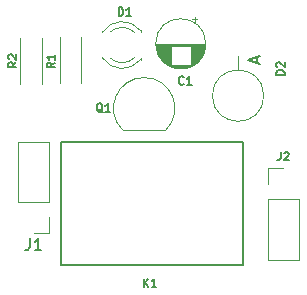
<source format=gbr>
%TF.GenerationSoftware,KiCad,Pcbnew,(5.1.12)-1*%
%TF.CreationDate,2023-08-26T19:42:54+05:30*%
%TF.ProjectId,SINGLE CHANNEL RELAY MODULE,53494e47-4c45-4204-9348-414e4e454c20,rev?*%
%TF.SameCoordinates,Original*%
%TF.FileFunction,Legend,Top*%
%TF.FilePolarity,Positive*%
%FSLAX46Y46*%
G04 Gerber Fmt 4.6, Leading zero omitted, Abs format (unit mm)*
G04 Created by KiCad (PCBNEW (5.1.12)-1) date 2023-08-26 19:42:54*
%MOMM*%
%LPD*%
G01*
G04 APERTURE LIST*
%ADD10C,0.120000*%
%ADD11C,0.127000*%
%ADD12C,0.150000*%
G04 APERTURE END LIST*
D10*
%TO.C,D2*%
X164494899Y-82700000D02*
G75*
G03*
X164494899Y-82700000I-2174899J0D01*
G01*
X162320000Y-80525101D02*
X162320000Y-79320000D01*
%TO.C,C1*%
X159580000Y-78310000D02*
G75*
G03*
X159580000Y-78310000I-2120000J0D01*
G01*
X159540000Y-78310000D02*
X155380000Y-78310000D01*
X159540000Y-78350000D02*
X155380000Y-78350000D01*
X159539000Y-78390000D02*
X155381000Y-78390000D01*
X159537000Y-78430000D02*
X155383000Y-78430000D01*
X159534000Y-78470000D02*
X155386000Y-78470000D01*
X159531000Y-78510000D02*
X158300000Y-78510000D01*
X156620000Y-78510000D02*
X155389000Y-78510000D01*
X159527000Y-78550000D02*
X158300000Y-78550000D01*
X156620000Y-78550000D02*
X155393000Y-78550000D01*
X159522000Y-78590000D02*
X158300000Y-78590000D01*
X156620000Y-78590000D02*
X155398000Y-78590000D01*
X159516000Y-78630000D02*
X158300000Y-78630000D01*
X156620000Y-78630000D02*
X155404000Y-78630000D01*
X159510000Y-78670000D02*
X158300000Y-78670000D01*
X156620000Y-78670000D02*
X155410000Y-78670000D01*
X159502000Y-78710000D02*
X158300000Y-78710000D01*
X156620000Y-78710000D02*
X155418000Y-78710000D01*
X159494000Y-78750000D02*
X158300000Y-78750000D01*
X156620000Y-78750000D02*
X155426000Y-78750000D01*
X159485000Y-78790000D02*
X158300000Y-78790000D01*
X156620000Y-78790000D02*
X155435000Y-78790000D01*
X159476000Y-78830000D02*
X158300000Y-78830000D01*
X156620000Y-78830000D02*
X155444000Y-78830000D01*
X159465000Y-78870000D02*
X158300000Y-78870000D01*
X156620000Y-78870000D02*
X155455000Y-78870000D01*
X159454000Y-78910000D02*
X158300000Y-78910000D01*
X156620000Y-78910000D02*
X155466000Y-78910000D01*
X159442000Y-78950000D02*
X158300000Y-78950000D01*
X156620000Y-78950000D02*
X155478000Y-78950000D01*
X159428000Y-78990000D02*
X158300000Y-78990000D01*
X156620000Y-78990000D02*
X155492000Y-78990000D01*
X159414000Y-79031000D02*
X158300000Y-79031000D01*
X156620000Y-79031000D02*
X155506000Y-79031000D01*
X159400000Y-79071000D02*
X158300000Y-79071000D01*
X156620000Y-79071000D02*
X155520000Y-79071000D01*
X159384000Y-79111000D02*
X158300000Y-79111000D01*
X156620000Y-79111000D02*
X155536000Y-79111000D01*
X159367000Y-79151000D02*
X158300000Y-79151000D01*
X156620000Y-79151000D02*
X155553000Y-79151000D01*
X159349000Y-79191000D02*
X158300000Y-79191000D01*
X156620000Y-79191000D02*
X155571000Y-79191000D01*
X159330000Y-79231000D02*
X158300000Y-79231000D01*
X156620000Y-79231000D02*
X155590000Y-79231000D01*
X159311000Y-79271000D02*
X158300000Y-79271000D01*
X156620000Y-79271000D02*
X155609000Y-79271000D01*
X159290000Y-79311000D02*
X158300000Y-79311000D01*
X156620000Y-79311000D02*
X155630000Y-79311000D01*
X159268000Y-79351000D02*
X158300000Y-79351000D01*
X156620000Y-79351000D02*
X155652000Y-79351000D01*
X159245000Y-79391000D02*
X158300000Y-79391000D01*
X156620000Y-79391000D02*
X155675000Y-79391000D01*
X159220000Y-79431000D02*
X158300000Y-79431000D01*
X156620000Y-79431000D02*
X155700000Y-79431000D01*
X159195000Y-79471000D02*
X158300000Y-79471000D01*
X156620000Y-79471000D02*
X155725000Y-79471000D01*
X159168000Y-79511000D02*
X158300000Y-79511000D01*
X156620000Y-79511000D02*
X155752000Y-79511000D01*
X159140000Y-79551000D02*
X158300000Y-79551000D01*
X156620000Y-79551000D02*
X155780000Y-79551000D01*
X159110000Y-79591000D02*
X158300000Y-79591000D01*
X156620000Y-79591000D02*
X155810000Y-79591000D01*
X159079000Y-79631000D02*
X158300000Y-79631000D01*
X156620000Y-79631000D02*
X155841000Y-79631000D01*
X159047000Y-79671000D02*
X158300000Y-79671000D01*
X156620000Y-79671000D02*
X155873000Y-79671000D01*
X159012000Y-79711000D02*
X158300000Y-79711000D01*
X156620000Y-79711000D02*
X155908000Y-79711000D01*
X158976000Y-79751000D02*
X158300000Y-79751000D01*
X156620000Y-79751000D02*
X155944000Y-79751000D01*
X158938000Y-79791000D02*
X158300000Y-79791000D01*
X156620000Y-79791000D02*
X155982000Y-79791000D01*
X158898000Y-79831000D02*
X158300000Y-79831000D01*
X156620000Y-79831000D02*
X156022000Y-79831000D01*
X158856000Y-79871000D02*
X158300000Y-79871000D01*
X156620000Y-79871000D02*
X156064000Y-79871000D01*
X158811000Y-79911000D02*
X158300000Y-79911000D01*
X156620000Y-79911000D02*
X156109000Y-79911000D01*
X158764000Y-79951000D02*
X158300000Y-79951000D01*
X156620000Y-79951000D02*
X156156000Y-79951000D01*
X158714000Y-79991000D02*
X158300000Y-79991000D01*
X156620000Y-79991000D02*
X156206000Y-79991000D01*
X158660000Y-80031000D02*
X158300000Y-80031000D01*
X156620000Y-80031000D02*
X156260000Y-80031000D01*
X158602000Y-80071000D02*
X158300000Y-80071000D01*
X156620000Y-80071000D02*
X156318000Y-80071000D01*
X158540000Y-80111000D02*
X158300000Y-80111000D01*
X156620000Y-80111000D02*
X156380000Y-80111000D01*
X158473000Y-80151000D02*
X156447000Y-80151000D01*
X158400000Y-80191000D02*
X156520000Y-80191000D01*
X158319000Y-80231000D02*
X156601000Y-80231000D01*
X158228000Y-80271000D02*
X156692000Y-80271000D01*
X158124000Y-80311000D02*
X156796000Y-80311000D01*
X157997000Y-80351000D02*
X156923000Y-80351000D01*
X157830000Y-80391000D02*
X157090000Y-80391000D01*
X158655000Y-76040199D02*
X158655000Y-76440199D01*
X158855000Y-76240199D02*
X158455000Y-76240199D01*
%TO.C,R2*%
X143870000Y-81700000D02*
X143870000Y-77860000D01*
X145710000Y-81700000D02*
X145710000Y-77860000D01*
%TO.C,R1*%
X149050000Y-77760000D02*
X149050000Y-81600000D01*
X147210000Y-77760000D02*
X147210000Y-81600000D01*
%TO.C,Q1*%
X152570000Y-85620000D02*
X156170000Y-85620000D01*
X156208478Y-85608478D02*
G75*
G03*
X154370000Y-81170000I-1838478J1838478D01*
G01*
X152531522Y-85608478D02*
G75*
G02*
X154370000Y-81170000I1838478J1838478D01*
G01*
D11*
%TO.C,K1*%
X162730000Y-97010000D02*
X147330000Y-97010000D01*
X147330000Y-97010000D02*
X147330000Y-86610000D01*
X147330000Y-86610000D02*
X162730000Y-86610000D01*
X162730000Y-86610000D02*
X162730000Y-97010000D01*
D10*
%TO.C,J2*%
X164820000Y-96610000D02*
X167480000Y-96610000D01*
X164820000Y-91470000D02*
X164820000Y-96610000D01*
X167480000Y-91470000D02*
X167480000Y-96610000D01*
X164820000Y-91470000D02*
X167480000Y-91470000D01*
X164820000Y-90200000D02*
X164820000Y-88870000D01*
X164820000Y-88870000D02*
X166150000Y-88870000D01*
%TO.C,J1*%
X146330000Y-86590000D02*
X143670000Y-86590000D01*
X146330000Y-91730000D02*
X146330000Y-86590000D01*
X143670000Y-91730000D02*
X143670000Y-86590000D01*
X146330000Y-91730000D02*
X143670000Y-91730000D01*
X146330000Y-93000000D02*
X146330000Y-94330000D01*
X146330000Y-94330000D02*
X145000000Y-94330000D01*
%TO.C,D1*%
X154060000Y-79656000D02*
X154060000Y-79500000D01*
X154060000Y-77340000D02*
X154060000Y-77184000D01*
X151458870Y-77340163D02*
G75*
G02*
X153540961Y-77340000I1041130J-1079837D01*
G01*
X151458870Y-79499837D02*
G75*
G03*
X153540961Y-79500000I1041130J1079837D01*
G01*
X150827665Y-77341392D02*
G75*
G02*
X154060000Y-77184484I1672335J-1078608D01*
G01*
X150827665Y-79498608D02*
G75*
G03*
X154060000Y-79655516I1672335J1078608D01*
G01*
%TO.C,D2*%
D12*
X166256666Y-80936666D02*
X165556666Y-80936666D01*
X165556666Y-80770000D01*
X165590000Y-80670000D01*
X165656666Y-80603333D01*
X165723333Y-80570000D01*
X165856666Y-80536666D01*
X165956666Y-80536666D01*
X166090000Y-80570000D01*
X166156666Y-80603333D01*
X166223333Y-80670000D01*
X166256666Y-80770000D01*
X166256666Y-80936666D01*
X165623333Y-80270000D02*
X165590000Y-80236666D01*
X165556666Y-80170000D01*
X165556666Y-80003333D01*
X165590000Y-79936666D01*
X165623333Y-79903333D01*
X165690000Y-79870000D01*
X165756666Y-79870000D01*
X165856666Y-79903333D01*
X166256666Y-80303333D01*
X166256666Y-79870000D01*
X163886666Y-79958095D02*
X163886666Y-79481904D01*
X164172380Y-80053333D02*
X163172380Y-79720000D01*
X164172380Y-79386666D01*
%TO.C,C1*%
X157723333Y-81695000D02*
X157690000Y-81728333D01*
X157590000Y-81761666D01*
X157523333Y-81761666D01*
X157423333Y-81728333D01*
X157356666Y-81661666D01*
X157323333Y-81595000D01*
X157290000Y-81461666D01*
X157290000Y-81361666D01*
X157323333Y-81228333D01*
X157356666Y-81161666D01*
X157423333Y-81095000D01*
X157523333Y-81061666D01*
X157590000Y-81061666D01*
X157690000Y-81095000D01*
X157723333Y-81128333D01*
X158390000Y-81761666D02*
X157990000Y-81761666D01*
X158190000Y-81761666D02*
X158190000Y-81061666D01*
X158123333Y-81161666D01*
X158056666Y-81228333D01*
X157990000Y-81261666D01*
%TO.C,R2*%
X143556666Y-79886666D02*
X143223333Y-80120000D01*
X143556666Y-80286666D02*
X142856666Y-80286666D01*
X142856666Y-80020000D01*
X142890000Y-79953333D01*
X142923333Y-79920000D01*
X142990000Y-79886666D01*
X143090000Y-79886666D01*
X143156666Y-79920000D01*
X143190000Y-79953333D01*
X143223333Y-80020000D01*
X143223333Y-80286666D01*
X142923333Y-79620000D02*
X142890000Y-79586666D01*
X142856666Y-79520000D01*
X142856666Y-79353333D01*
X142890000Y-79286666D01*
X142923333Y-79253333D01*
X142990000Y-79220000D01*
X143056666Y-79220000D01*
X143156666Y-79253333D01*
X143556666Y-79653333D01*
X143556666Y-79220000D01*
%TO.C,R1*%
X146831666Y-79911666D02*
X146498333Y-80145000D01*
X146831666Y-80311666D02*
X146131666Y-80311666D01*
X146131666Y-80045000D01*
X146165000Y-79978333D01*
X146198333Y-79945000D01*
X146265000Y-79911666D01*
X146365000Y-79911666D01*
X146431666Y-79945000D01*
X146465000Y-79978333D01*
X146498333Y-80045000D01*
X146498333Y-80311666D01*
X146831666Y-79245000D02*
X146831666Y-79645000D01*
X146831666Y-79445000D02*
X146131666Y-79445000D01*
X146231666Y-79511666D01*
X146298333Y-79578333D01*
X146331666Y-79645000D01*
%TO.C,Q1*%
X150848333Y-84128333D02*
X150781666Y-84095000D01*
X150715000Y-84028333D01*
X150615000Y-83928333D01*
X150548333Y-83895000D01*
X150481666Y-83895000D01*
X150515000Y-84061666D02*
X150448333Y-84028333D01*
X150381666Y-83961666D01*
X150348333Y-83828333D01*
X150348333Y-83595000D01*
X150381666Y-83461666D01*
X150448333Y-83395000D01*
X150515000Y-83361666D01*
X150648333Y-83361666D01*
X150715000Y-83395000D01*
X150781666Y-83461666D01*
X150815000Y-83595000D01*
X150815000Y-83828333D01*
X150781666Y-83961666D01*
X150715000Y-84028333D01*
X150648333Y-84061666D01*
X150515000Y-84061666D01*
X151481666Y-84061666D02*
X151081666Y-84061666D01*
X151281666Y-84061666D02*
X151281666Y-83361666D01*
X151215000Y-83461666D01*
X151148333Y-83528333D01*
X151081666Y-83561666D01*
%TO.C,K1*%
X154323333Y-98911666D02*
X154323333Y-98211666D01*
X154723333Y-98911666D02*
X154423333Y-98511666D01*
X154723333Y-98211666D02*
X154323333Y-98611666D01*
X155390000Y-98911666D02*
X154990000Y-98911666D01*
X155190000Y-98911666D02*
X155190000Y-98211666D01*
X155123333Y-98311666D01*
X155056666Y-98378333D01*
X154990000Y-98411666D01*
%TO.C,J2*%
X165916666Y-87486666D02*
X165916666Y-87986666D01*
X165883333Y-88086666D01*
X165816666Y-88153333D01*
X165716666Y-88186666D01*
X165650000Y-88186666D01*
X166216666Y-87553333D02*
X166250000Y-87520000D01*
X166316666Y-87486666D01*
X166483333Y-87486666D01*
X166550000Y-87520000D01*
X166583333Y-87553333D01*
X166616666Y-87620000D01*
X166616666Y-87686666D01*
X166583333Y-87786666D01*
X166183333Y-88186666D01*
X166616666Y-88186666D01*
%TO.C,J1*%
X144666666Y-94782380D02*
X144666666Y-95496666D01*
X144619047Y-95639523D01*
X144523809Y-95734761D01*
X144380952Y-95782380D01*
X144285714Y-95782380D01*
X145666666Y-95782380D02*
X145095238Y-95782380D01*
X145380952Y-95782380D02*
X145380952Y-94782380D01*
X145285714Y-94925238D01*
X145190476Y-95020476D01*
X145095238Y-95068095D01*
%TO.C,D1*%
X152198333Y-75936666D02*
X152198333Y-75236666D01*
X152365000Y-75236666D01*
X152465000Y-75270000D01*
X152531666Y-75336666D01*
X152565000Y-75403333D01*
X152598333Y-75536666D01*
X152598333Y-75636666D01*
X152565000Y-75770000D01*
X152531666Y-75836666D01*
X152465000Y-75903333D01*
X152365000Y-75936666D01*
X152198333Y-75936666D01*
X153265000Y-75936666D02*
X152865000Y-75936666D01*
X153065000Y-75936666D02*
X153065000Y-75236666D01*
X152998333Y-75336666D01*
X152931666Y-75403333D01*
X152865000Y-75436666D01*
%TD*%
M02*

</source>
